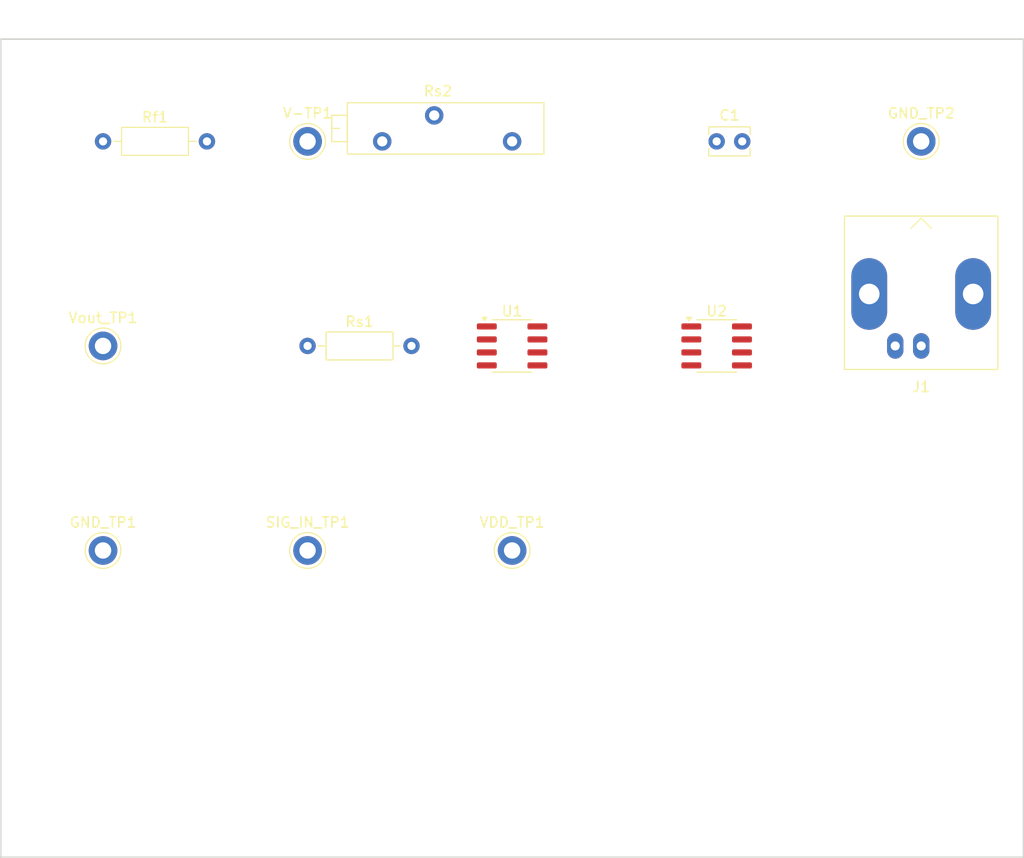
<source format=kicad_pcb>
(kicad_pcb (version 20241229) (generator "pcbnew") (generator_version "9.0")
  (title_block (title "AI_Generated_PCB") (comment 1 "Auto-generated via Gemini AI"))
  (layers (0 "F.Cu" signal) (2 "B.Cu" signal) (13 "F.Paste" user) (15 "B.Paste" user) (5 "F.SilkS" user "F.Silkscreen") (7 "B.SilkS" user "B.Silkscreen") (1 "F.Mask" user) (3 "B.Mask" user) (25 "Edge.Cuts" user))
  (net 0 "")
  (footprint "TestPoint_Keystone_5010-5014_Multipurpose" (layer "F.Cu") (at 30 50)
    (property "Reference" "SIG_IN_TP1" (at 0 -2.75 0) (layer "F.SilkS"))
    (property "Value" "TestPoint")
    (fp_circle (center 0 0) (end 1.75 0) (stroke (width 0.12)) (fill no) (layer "F.SilkS"))
    (pad "1" thru_hole circle (at 0 0) (size 2.8 2.8) (drill 1.6) (layers "*.Cu" "*.Mask"))
  )
  (footprint "TestPoint_Keystone_5010-5014_Multipurpose" (layer "F.Cu") (at 10 30)
    (property "Reference" "Vout_TP1" (at 0 -2.75 0) (layer "F.SilkS"))
    (property "Value" "TestPoint")
    (fp_circle (center 0 0) (end 1.75 0) (stroke (width 0.12)) (fill no) (layer "F.SilkS"))
    (pad "1" thru_hole circle (at 0 0) (size 2.8 2.8) (drill 1.6) (layers "*.Cu" "*.Mask"))
  )
  (footprint "C_Disc_D3.8mm_W2.6mm_P2.50mm" (layer "F.Cu") (at 70 10)
    (property "Reference" "C1" (at 1.25 -2.55 0) (layer "F.SilkS"))
    (property "Value" "C")
    (fp_line (start -0.77 -1.42) (end 3.27 -1.42) (stroke (width 0.12)) (layer "F.SilkS"))
    (fp_line (start -0.77 -0.699) (end -0.77 -1.42) (stroke (width 0.12)) (layer "F.SilkS"))
    (fp_line (start -0.77 1.42) (end -0.77 0.699) (stroke (width 0.12)) (layer "F.SilkS"))
    (fp_line (start 3.27 -1.42) (end 3.27 -0.699) (stroke (width 0.12)) (layer "F.SilkS"))
    (fp_line (start 3.27 0.699) (end 3.27 1.42) (stroke (width 0.12)) (layer "F.SilkS"))
    (fp_line (start 3.27 1.42) (end -0.77 1.42) (stroke (width 0.12)) (layer "F.SilkS"))
    (pad "1" thru_hole circle (at 0 0) (size 1.6 1.6) (drill 0.8) (layers "*.Cu" "*.Mask"))
    (pad "2" thru_hole circle (at 2.5 0) (size 1.6 1.6) (drill 0.8) (layers "*.Cu" "*.Mask"))
  )
  (footprint "R_Axial_DIN0207_L6.3mm_D2.5mm_P10.16mm_Horizontal" (layer "F.Cu") (at 30 30)
    (property "Reference" "Rs1" (at 5.08 -2.37 0) (layer "F.SilkS"))
    (property "Value" "1k")
    (fp_line (start 1.04 0) (end 1.81 0) (stroke (width 0.12)) (layer "F.SilkS"))
    (fp_line (start 9.12 0) (end 8.35 0) (stroke (width 0.12)) (layer "F.SilkS"))
    (fp_rect (start 1.81 -1.37) (end 8.35 1.37) (stroke (width 0.12)) (fill no) (layer "F.SilkS"))
    (pad "1" thru_hole circle (at 0 0) (size 1.6 1.6) (drill 0.8) (layers "*.Cu" "*.Mask"))
    (pad "2" thru_hole circle (at 10.16 0) (size 1.6 1.6) (drill 0.8) (layers "*.Cu" "*.Mask"))
  )
  (footprint "R_Axial_DIN0207_L6.3mm_D2.5mm_P10.16mm_Horizontal" (layer "F.Cu") (at 10 10)
    (property "Reference" "Rf1" (at 5.08 -2.37 0) (layer "F.SilkS"))
    (property "Value" "5k")
    (fp_line (start 1.04 0) (end 1.81 0) (stroke (width 0.12)) (layer "F.SilkS"))
    (fp_line (start 9.12 0) (end 8.35 0) (stroke (width 0.12)) (layer "F.SilkS"))
    (fp_rect (start 1.81 -1.37) (end 8.35 1.37) (stroke (width 0.12)) (fill no) (layer "F.SilkS"))
    (pad "1" thru_hole circle (at 0 0) (size 1.6 1.6) (drill 0.8) (layers "*.Cu" "*.Mask"))
    (pad "2" thru_hole circle (at 10.16 0) (size 1.6 1.6) (drill 0.8) (layers "*.Cu" "*.Mask"))
  )
  (footprint "BNC_Amphenol_B6252HB-NPP3G-50_Horizontal" (layer "F.Cu") (at 90 30)
    (property "Reference" "J1" (at 0 4 0) (layer "F.SilkS"))
    (property "Value" "Conn_Coaxial")
    (fp_line (start -7.5 -12.7) (end 7.5 -12.7) (stroke (width 0.12)) (layer "F.SilkS"))
    (fp_line (start -7.5 2.3) (end -7.5 -12.7) (stroke (width 0.12)) (layer "F.SilkS"))
    (fp_line (start 0 -12.5) (end -1 -11.5) (stroke (width 0.12)) (layer "F.SilkS"))
    (fp_line (start 0 -12.5) (end 1 -11.5) (stroke (width 0.12)) (layer "F.SilkS"))
    (fp_line (start 7.5 -12.7) (end 7.5 2.3) (stroke (width 0.12)) (layer "F.SilkS"))
    (fp_line (start 7.5 2.3) (end -7.5 2.3) (stroke (width 0.12)) (layer "F.SilkS"))
    (pad "1" thru_hole oval (at 0 0) (size 1.6 2.5) (drill 0.89) (layers "*.Cu" "*.Mask"))
    (pad "2" thru_hole oval (at -5.08 -5.08) (size 3.5 7) (drill 2.01) (layers "*.Cu" "*.Mask"))
    (pad "2" thru_hole oval (at -2.54 0) (size 1.6 2.5) (drill 0.89) (layers "*.Cu" "*.Mask"))
    (pad "2" thru_hole oval (at 5.08 -5.08) (size 3.5 7) (drill 2.01) (layers "*.Cu" "*.Mask"))
  )
  (footprint "TestPoint_Keystone_5010-5014_Multipurpose" (layer "F.Cu") (at 50 50)
    (property "Reference" "VDD_TP1" (at 0 -2.75 0) (layer "F.SilkS"))
    (property "Value" "TestPoint")
    (fp_circle (center 0 0) (end 1.75 0) (stroke (width 0.12)) (fill no) (layer "F.SilkS"))
    (pad "1" thru_hole circle (at 0 0) (size 2.8 2.8) (drill 1.6) (layers "*.Cu" "*.Mask"))
  )
  (footprint "TestPoint_Keystone_5010-5014_Multipurpose" (layer "F.Cu") (at 90 10)
    (property "Reference" "GND_TP2" (at 0 -2.75 0) (layer "F.SilkS"))
    (property "Value" "TestPoint")
    (fp_circle (center 0 0) (end 1.75 0) (stroke (width 0.12)) (fill no) (layer "F.SilkS"))
    (pad "1" thru_hole circle (at 0 0) (size 2.8 2.8) (drill 1.6) (layers "*.Cu" "*.Mask"))
  )
  (footprint "SOIC-8_3.9x4.9mm_P1.27mm" (layer "F.Cu") (at 50 30)
    (property "Reference" "U1" (at 0 -3.4 0) (layer "F.SilkS"))
    (property "Value" "TLV2372")
    (fp_line (start 0 -2.56) (end -1.95 -2.56) (stroke (width 0.12)) (layer "F.SilkS"))
    (fp_line (start 0 -2.56) (end 1.95 -2.56) (stroke (width 0.12)) (layer "F.SilkS"))
    (fp_line (start 0 2.56) (end -1.95 2.56) (stroke (width 0.12)) (layer "F.SilkS"))
    (fp_line (start 0 2.56) (end 1.95 2.56) (stroke (width 0.12)) (layer "F.SilkS"))
    (fp_poly (pts (xy -2.7 -2.465) (xy -2.94 -2.795) (xy -2.46 -2.795)) (stroke (width 0.12)) (fill yes) (layer "F.SilkS"))
    (pad "1" smd roundrect (at -2.475 -1.905) (size 1.95 0.6) (layers "F.Cu" "F.Mask" "F.Paste"))
    (pad "2" smd roundrect (at -2.475 -0.635) (size 1.95 0.6) (layers "F.Cu" "F.Mask" "F.Paste"))
    (pad "3" smd roundrect (at -2.475 0.635) (size 1.95 0.6) (layers "F.Cu" "F.Mask" "F.Paste"))
    (pad "4" smd roundrect (at -2.475 1.905) (size 1.95 0.6) (layers "F.Cu" "F.Mask" "F.Paste"))
    (pad "5" smd roundrect (at 2.475 1.905) (size 1.95 0.6) (layers "F.Cu" "F.Mask" "F.Paste"))
    (pad "6" smd roundrect (at 2.475 0.635) (size 1.95 0.6) (layers "F.Cu" "F.Mask" "F.Paste"))
    (pad "7" smd roundrect (at 2.475 -0.635) (size 1.95 0.6) (layers "F.Cu" "F.Mask" "F.Paste"))
    (pad "8" smd roundrect (at 2.475 -1.905) (size 1.95 0.6) (layers "F.Cu" "F.Mask" "F.Paste"))
  )
  (footprint "TestPoint_Keystone_5010-5014_Multipurpose" (layer "F.Cu") (at 10 50)
    (property "Reference" "GND_TP1" (at 0 -2.75 0) (layer "F.SilkS"))
    (property "Value" "TestPoint")
    (fp_circle (center 0 0) (end 1.75 0) (stroke (width 0.12)) (fill no) (layer "F.SilkS"))
    (pad "1" thru_hole circle (at 0 0) (size 2.8 2.8) (drill 1.6) (layers "*.Cu" "*.Mask"))
  )
  (footprint "SOIC-8_3.9x4.9mm_P1.27mm" (layer "F.Cu") (at 70 30)
    (property "Reference" "U2" (at 0 -3.4 0) (layer "F.SilkS"))
    (property "Value" "TLV2372")
    (fp_line (start 0 -2.56) (end -1.95 -2.56) (stroke (width 0.12)) (layer "F.SilkS"))
    (fp_line (start 0 -2.56) (end 1.95 -2.56) (stroke (width 0.12)) (layer "F.SilkS"))
    (fp_line (start 0 2.56) (end -1.95 2.56) (stroke (width 0.12)) (layer "F.SilkS"))
    (fp_line (start 0 2.56) (end 1.95 2.56) (stroke (width 0.12)) (layer "F.SilkS"))
    (fp_poly (pts (xy -2.7 -2.465) (xy -2.94 -2.795) (xy -2.46 -2.795)) (stroke (width 0.12)) (fill yes) (layer "F.SilkS"))
    (pad "1" smd roundrect (at -2.475 -1.905) (size 1.95 0.6) (layers "F.Cu" "F.Mask" "F.Paste"))
    (pad "2" smd roundrect (at -2.475 -0.635) (size 1.95 0.6) (layers "F.Cu" "F.Mask" "F.Paste"))
    (pad "3" smd roundrect (at -2.475 0.635) (size 1.95 0.6) (layers "F.Cu" "F.Mask" "F.Paste"))
    (pad "4" smd roundrect (at -2.475 1.905) (size 1.95 0.6) (layers "F.Cu" "F.Mask" "F.Paste"))
    (pad "5" smd roundrect (at 2.475 1.905) (size 1.95 0.6) (layers "F.Cu" "F.Mask" "F.Paste"))
    (pad "6" smd roundrect (at 2.475 0.635) (size 1.95 0.6) (layers "F.Cu" "F.Mask" "F.Paste"))
    (pad "7" smd roundrect (at 2.475 -0.635) (size 1.95 0.6) (layers "F.Cu" "F.Mask" "F.Paste"))
    (pad "8" smd roundrect (at 2.475 -1.905) (size 1.95 0.6) (layers "F.Cu" "F.Mask" "F.Paste"))
  )
  (footprint "TestPoint_Keystone_5010-5014_Multipurpose" (layer "F.Cu") (at 30 10)
    (property "Reference" "V-TP1" (at 0 -2.75 0) (layer "F.SilkS"))
    (property "Value" "TestPoint")
    (fp_circle (center 0 0) (end 1.75 0) (stroke (width 0.12)) (fill no) (layer "F.SilkS"))
    (pad "1" thru_hole circle (at 0 0) (size 2.8 2.8) (drill 1.6) (layers "*.Cu" "*.Mask"))
  )
  (footprint "Potentiometer_Vishay_43_Horizontal" (layer "F.Cu") (at 50 10)
    (property "Reference" "Rs2" (at -7.26 -4.92 0) (layer "F.SilkS"))
    (property "Value" "Rk")
    (fp_line (start -17.63 -2.56) (end -16.11 -2.56) (stroke (width 0.12)) (layer "F.SilkS"))
    (fp_line (start -17.63 -1.27) (end -16.87 -1.27) (stroke (width 0.12)) (layer "F.SilkS"))
    (fp_line (start -17.63 0.02) (end -17.63 -2.56) (stroke (width 0.12)) (layer "F.SilkS"))
    (fp_line (start -16.11 -3.78) (end 3.11 -3.78) (stroke (width 0.12)) (layer "F.SilkS"))
    (fp_line (start -16.11 -2.56) (end -16.11 0.02) (stroke (width 0.12)) (layer "F.SilkS"))
    (fp_line (start -16.11 0.02) (end -17.63 0.02) (stroke (width 0.12)) (layer "F.SilkS"))
    (fp_line (start -16.11 1.24) (end -16.11 -3.78) (stroke (width 0.12)) (layer "F.SilkS"))
    (fp_line (start 3.11 -3.78) (end 3.11 1.24) (stroke (width 0.12)) (layer "F.SilkS"))
    (fp_line (start 3.11 1.24) (end -16.11 1.24) (stroke (width 0.12)) (layer "F.SilkS"))
    (pad "1" thru_hole circle (at 0 0) (size 1.8 1.8) (drill 1) (layers "*.Cu" "*.Mask"))
    (pad "2" thru_hole circle (at -7.62 -2.54) (size 1.8 1.8) (drill 1) (layers "*.Cu" "*.Mask"))
    (pad "3" thru_hole circle (at -12.7 0) (size 1.8 1.8) (drill 1) (layers "*.Cu" "*.Mask"))
  )
  (gr_rect (start 0 0) (end 100 80) (stroke (width 0.15)) (fill no) (layer "Edge.Cuts"))
)
</source>
